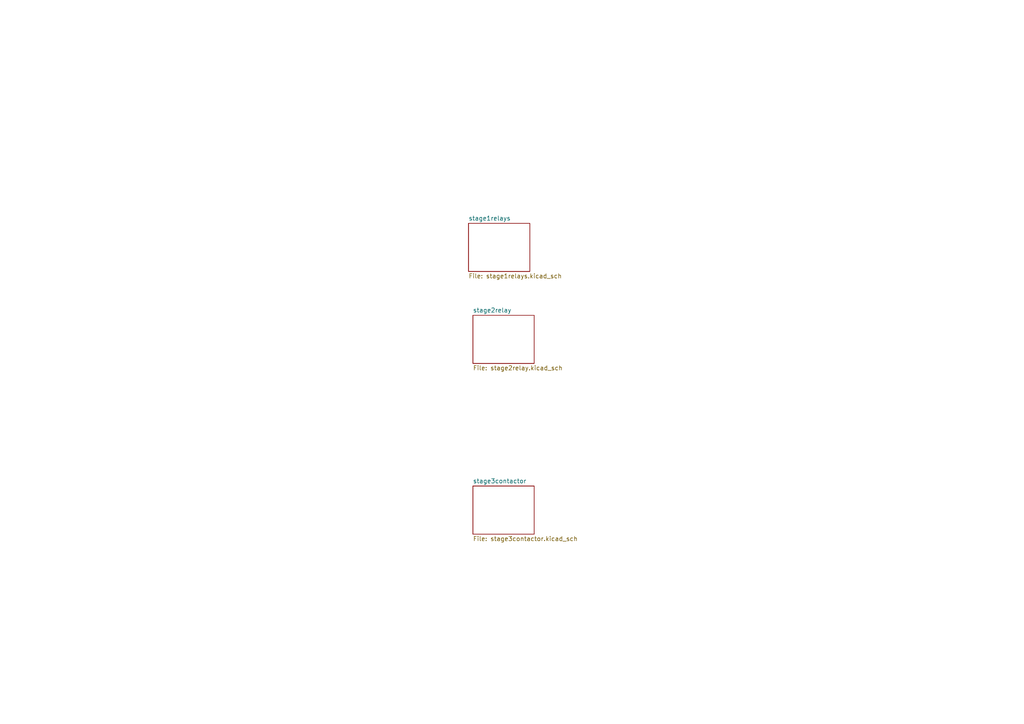
<source format=kicad_sch>
(kicad_sch (version 20211123) (generator eeschema)
  (paper "A4")
  (lib_symbols)
  (sheet (at 137.16 140.97) (size 17.78 13.97) (stroke (width 0.1524))
    (property "Sheet name" "stage3contactor" (at 137.16 140.2584 0) (effects (justify left bottom)))
    (property "Sheet file" "stage3contactor.kicad_sch" (at 137.16 155.5246 0) (effects (justify left top)))
  )
  (sheet (at 135.89 64.77) (size 17.78 13.97) (stroke (width 0.1524))
    (property "Sheet name" "stage1relays" (at 135.89 64.0584 0) (effects (justify left bottom)))
    (property "Sheet file" "stage1relays.kicad_sch" (at 135.89 79.3246 0) (effects (justify left top)))
  )
  (sheet (at 137.16 91.44) (size 17.78 13.97) (stroke (width 0.1524))
    (property "Sheet name" "stage2relay" (at 137.16 90.7284 0) (effects (justify left bottom)))
    (property "Sheet file" "stage2relay.kicad_sch" (at 137.16 105.9946 0) (effects (justify left top)))
  )
)
</source>
